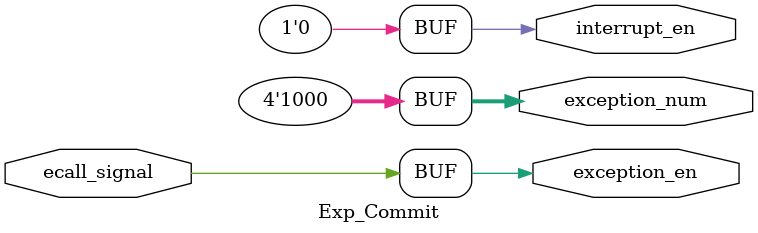
<source format=sv>
`include "./include/config.sv"

module Exp_Commit(
    // input  logic [ 0:0] clk,
    input  logic [ 0:0] ecall_signal,
    output logic [ 0:0] interrupt_en,
    output logic [ 0:0] exception_en,
    output logic [ 3:0] exception_num
);
    // Lab4 TODO: implement the Exp_Commit module for ecall instruction
    // you need to generate exception code for `syscall from machine mode`
    assign interrupt_en = 1'b0;
    assign exception_en = ecall_signal;
    assign exception_num = 4'h8;
endmodule
</source>
